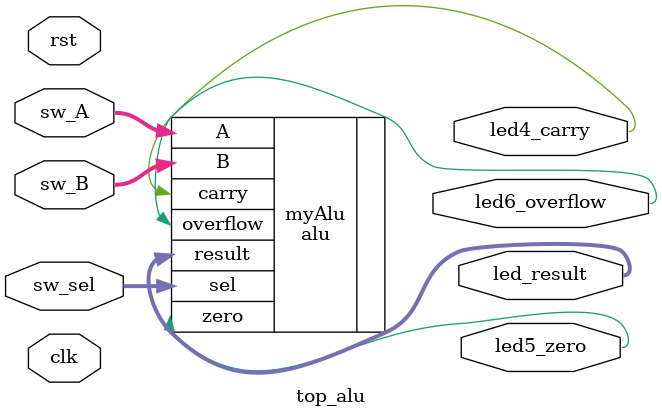
<source format=v>

module top_alu(
	input clk,
	input rst,
	input [3:0] sw_A,//input A, sw3~sw0
	input [3:0] sw_B,//input B, sw7~sw4
	input [2:0] sw_sel,//select sw, sw10~sw8
	output [3:0] led_result,//result output, led3~led0
	output led6_overflow, led5_zero, led4_carry // led6:overflow, led5:zero, led4:carry
);
	alu #(
		.nbit(4)
	)
	myAlu(
		.A(sw_A),
		.B(sw_B),
		.sel(sw_sel),
		.result(led_result),
		.overflow(led6_overflow),
		.zero(led5_zero),
		.carry(led4_carry)
	);

endmodule

</source>
